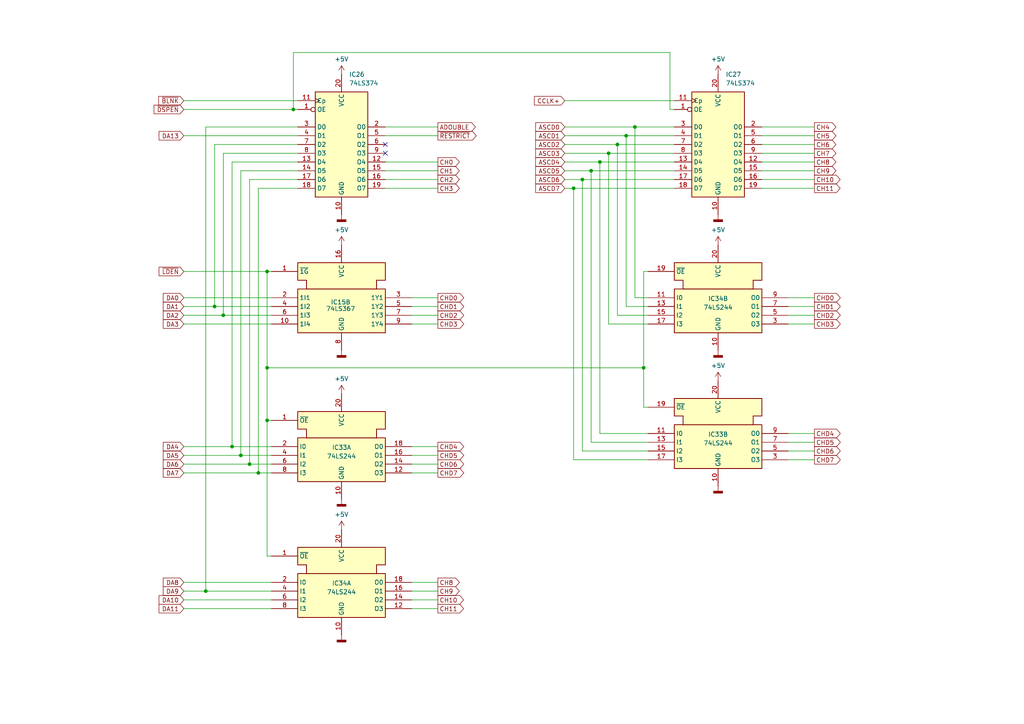
<source format=kicad_sch>
(kicad_sch (version 20231120) (generator "eeschema") (generator_version "8.0")
  (paper "A4")
  (title_block (title "PARTNER GDP: CHAR DATA") (company "Oddbit Retro") (comment 1 "NARISAL: MIHA GRČAR"))
  (lib_symbols
    (symbol "74LS244_1"
      (property "Reference" "IC34" (at 0 4.826 0))
      (property "Value" "74LS244" (at 0 2.286 0))
      (symbol "74LS244_1_0_0"
        (pin power_in line (at 0 -10.16 90) (length 5.08) (name "GND") (number "10"))
        (pin power_in line (at 0 20.32 270) (length 5.08) (name "VCC") (number "20"))
      )
      (symbol "74LS244_1_0_1"
        (rectangle (start -12.7 7.62) (end 12.7 -5.08) (stroke (width 0.254)) (fill (type background)))
        (polyline (pts (xy -10.16 7.62) (xy -10.16 10.16) (xy -12.7 10.16) (xy -12.7 15.24) (xy 12.7 15.24) (xy 12.7 10.16) (xy 10.16 10.16) (xy 10.16 7.62) (xy 10.16 7.62)) (stroke (width 0.254)) (fill (type background)))
      )
      (symbol "74LS244_1_1_1"
        (pin input line (at -20.32 12.7 0) (length 7.62) (name "~{OE}") (number "1"))
        (pin tri_state line (at 20.32 -2.54 180) (length 7.62) (name "O3") (number "12"))
        (pin tri_state line (at 20.32 0 180) (length 7.62) (name "O2") (number "14"))
        (pin tri_state line (at 20.32 2.54 180) (length 7.62) (name "O1") (number "16"))
        (pin tri_state line (at 20.32 5.08 180) (length 7.62) (name "O0") (number "18"))
        (pin input line (at -20.32 5.08 0) (length 7.62) (name "I0") (number "2"))
        (pin input line (at -20.32 2.54 0) (length 7.62) (name "I1") (number "4"))
        (pin input line (at -20.32 0 0) (length 7.62) (name "I2") (number "6"))
        (pin input line (at -20.32 -2.54 0) (length 7.62) (name "I3") (number "8"))
      )
      (symbol "74LS244_1_2_1"
        (pin input line (at -20.32 5.08 0) (length 7.62) (name "I0") (number "11"))
        (pin input line (at -20.32 2.54 0) (length 7.62) (name "I1") (number "13"))
        (pin input line (at -20.32 0 0) (length 7.62) (name "I2") (number "15"))
        (pin input line (at -20.32 -2.54 0) (length 7.62) (name "I3") (number "17"))
        (pin input line (at -20.32 12.7 0) (length 7.62) (name "~{OE}") (number "19"))
        (pin tri_state line (at 20.32 -2.54 180) (length 7.62) (name "O3") (number "3"))
        (pin tri_state line (at 20.32 0 180) (length 7.62) (name "O2") (number "5"))
        (pin tri_state line (at 20.32 2.54 180) (length 7.62) (name "O1") (number "7"))
        (pin tri_state line (at 20.32 5.08 180) (length 7.62) (name "O0") (number "9"))
      )
    )
    (symbol "74LS244_2"
      (property "Reference" "IC33" (at 0 4.826 0))
      (property "Value" "74LS244" (at 0 2.286 0))
      (symbol "74LS244_2_0_0"
        (pin power_in line (at 0 -10.16 90) (length 5.08) (name "GND") (number "10"))
        (pin power_in line (at 0 20.32 270) (length 5.08) (name "VCC") (number "20"))
      )
      (symbol "74LS244_2_0_1"
        (rectangle (start -12.7 7.62) (end 12.7 -5.08) (stroke (width 0.254)) (fill (type background)))
        (polyline (pts (xy -10.16 7.62) (xy -10.16 10.16) (xy -12.7 10.16) (xy -12.7 15.24) (xy 12.7 15.24) (xy 12.7 10.16) (xy 10.16 10.16) (xy 10.16 7.62) (xy 10.16 7.62)) (stroke (width 0.254)) (fill (type background)))
      )
      (symbol "74LS244_2_1_1"
        (pin input line (at -20.32 12.7 0) (length 7.62) (name "~{OE}") (number "1"))
        (pin tri_state line (at 20.32 -2.54 180) (length 7.62) (name "O3") (number "12"))
        (pin tri_state line (at 20.32 0 180) (length 7.62) (name "O2") (number "14"))
        (pin tri_state line (at 20.32 2.54 180) (length 7.62) (name "O1") (number "16"))
        (pin tri_state line (at 20.32 5.08 180) (length 7.62) (name "O0") (number "18"))
        (pin input line (at -20.32 5.08 0) (length 7.62) (name "I0") (number "2"))
        (pin input line (at -20.32 2.54 0) (length 7.62) (name "I1") (number "4"))
        (pin input line (at -20.32 0 0) (length 7.62) (name "I2") (number "6"))
        (pin input line (at -20.32 -2.54 0) (length 7.62) (name "I3") (number "8"))
      )
      (symbol "74LS244_2_2_1"
        (pin input line (at -20.32 5.08 0) (length 7.62) (name "I0") (number "11"))
        (pin input line (at -20.32 2.54 0) (length 7.62) (name "I1") (number "13"))
        (pin input line (at -20.32 0 0) (length 7.62) (name "I2") (number "15"))
        (pin input line (at -20.32 -2.54 0) (length 7.62) (name "I3") (number "17"))
        (pin input line (at -20.32 12.7 0) (length 7.62) (name "~{OE}") (number "19"))
        (pin tri_state line (at 20.32 -2.54 180) (length 7.62) (name "O3") (number "3"))
        (pin tri_state line (at 20.32 0 180) (length 7.62) (name "O2") (number "5"))
        (pin tri_state line (at 20.32 2.54 180) (length 7.62) (name "O1") (number "7"))
        (pin tri_state line (at 20.32 5.08 180) (length 7.62) (name "O0") (number "9"))
      )
    )
    (symbol "74LS374_1"
      (property "Reference" "IC27" (at 2.1941 20.32 0))
      (property "Value" "74LS374" (at 2.1941 17.78 0))
      (symbol "74LS374_1_1_0"
        (pin input inverted (at -12.7 10.16 0) (length 5.08) (name "OE") (number "1"))
        (pin power_in line (at 0 -20.32 90) (length 5.08) (name "GND") (number "10"))
        (pin input clock (at -12.7 12.7 0) (length 5.08) (name "Cp") (number "11"))
        (pin tri_state line (at 12.7 -5.08 180) (length 5.08) (name "O4") (number "12"))
        (pin input line (at -12.7 -5.08 0) (length 5.08) (name "D4") (number "13"))
        (pin input line (at -12.7 -7.62 0) (length 5.08) (name "D5") (number "14"))
        (pin tri_state line (at 12.7 -7.62 180) (length 5.08) (name "O5") (number "15"))
        (pin tri_state line (at 12.7 -10.16 180) (length 5.08) (name "O6") (number "16"))
        (pin input line (at -12.7 -10.16 0) (length 5.08) (name "D6") (number "17"))
        (pin input line (at -12.7 -12.7 0) (length 5.08) (name "D7") (number "18"))
        (pin tri_state line (at 12.7 -12.7 180) (length 5.08) (name "O7") (number "19"))
        (pin tri_state line (at 12.7 5.08 180) (length 5.08) (name "O0") (number "2"))
        (pin power_in line (at 0 20.32 270) (length 5.08) (name "VCC") (number "20"))
        (pin input line (at -12.7 5.08 0) (length 5.08) (name "D0") (number "3"))
        (pin input line (at -12.7 2.54 0) (length 5.08) (name "D1") (number "4"))
        (pin tri_state line (at 12.7 2.54 180) (length 5.08) (name "O1") (number "5"))
        (pin tri_state line (at 12.7 0 180) (length 5.08) (name "O2") (number "6"))
        (pin input line (at -12.7 0 0) (length 5.08) (name "D2") (number "7"))
        (pin input line (at -12.7 -2.54 0) (length 5.08) (name "D3") (number "8"))
        (pin tri_state line (at 12.7 -2.54 180) (length 5.08) (name "O3") (number "9"))
      )
      (symbol "74LS374_1_1_1"
        (rectangle (start -7.62 15.24) (end 7.62 -15.24) (stroke (width 0.254)) (fill (type background)))
      )
    )
    (symbol "74xx:74LS374"
      (property "Reference" "IC26" (at 2.1941 20.32 0))
      (property "Value" "74LS374" (at 2.1941 17.78 0))
      (symbol "74LS374_1_0"
        (pin input inverted (at -12.7 10.16 0) (length 5.08) (name "OE") (number "1"))
        (pin power_in line (at 0 -20.32 90) (length 5.08) (name "GND") (number "10"))
        (pin input clock (at -12.7 12.7 0) (length 5.08) (name "Cp") (number "11"))
        (pin tri_state line (at 12.7 -5.08 180) (length 5.08) (name "O4") (number "12"))
        (pin input line (at -12.7 -5.08 0) (length 5.08) (name "D4") (number "13"))
        (pin input line (at -12.7 -7.62 0) (length 5.08) (name "D5") (number "14"))
        (pin tri_state line (at 12.7 -7.62 180) (length 5.08) (name "O5") (number "15"))
        (pin tri_state line (at 12.7 -10.16 180) (length 5.08) (name "O6") (number "16"))
        (pin input line (at -12.7 -10.16 0) (length 5.08) (name "D6") (number "17"))
        (pin input line (at -12.7 -12.7 0) (length 5.08) (name "D7") (number "18"))
        (pin tri_state line (at 12.7 -12.7 180) (length 5.08) (name "O7") (number "19"))
        (pin tri_state line (at 12.7 5.08 180) (length 5.08) (name "O0") (number "2"))
        (pin power_in line (at 0 20.32 270) (length 5.08) (name "VCC") (number "20"))
        (pin input line (at -12.7 5.08 0) (length 5.08) (name "D0") (number "3"))
        (pin input line (at -12.7 2.54 0) (length 5.08) (name "D1") (number "4"))
        (pin tri_state line (at 12.7 2.54 180) (length 5.08) (name "O1") (number "5"))
        (pin tri_state line (at 12.7 0 180) (length 5.08) (name "O2") (number "6"))
        (pin input line (at -12.7 0 0) (length 5.08) (name "D2") (number "7"))
        (pin input line (at -12.7 -2.54 0) (length 5.08) (name "D3") (number "8"))
        (pin tri_state line (at 12.7 -2.54 180) (length 5.08) (name "O3") (number "9"))
      )
      (symbol "74LS374_1_1"
        (rectangle (start -7.62 15.24) (end 7.62 -15.24) (stroke (width 0.254)) (fill (type background)))
      )
    )
    (symbol "74xx_IEEE:74LS367"
      (property "Reference" "IC42" (at -0.254 3.81 0))
      (property "Value" "74LS367" (at -0.254 1.905 0))
      (symbol "74LS367_1_0"
        (rectangle (start -8.89 -5.08) (end 8.89 -10.16) (stroke (width 0.254)) (fill (type background)))
        (rectangle (start -8.89 0) (end 8.89 -5.08) (stroke (width 0.254)) (fill (type background)))
        (polyline (pts (xy -6.35 0) (xy -6.35 2.54) (xy -8.89 2.54) (xy -8.89 10.16) (xy 8.89 10.16) (xy 8.89 2.54) (xy 6.35 2.54) (xy 6.35 0) (xy 6.35 0)) (stroke (width 0.254)) (fill (type background)))
        (pin power_in line (at 0 12.7 270) (length 2.54) (name "VCC") (number "16"))
        (pin power_in line (at 0 12.7 270) (length 2.54) (name "VCC") (number "16"))
        (pin power_in line (at 0 -12.7 90) (length 2.54) (name "GND") (number "8"))
        (pin power_in line (at 0 -12.7 90) (length 2.54) (name "GND") (number "8"))
      )
      (symbol "74LS367_1_1"
        (pin tri_state line (at 12.7 -7.62 180) (length 3.81) (name "2Y1") (number "11"))
        (pin tri_state line (at 12.7 -7.62 180) (length 3.81) (name "2Y1") (number "11"))
        (pin input line (at -12.7 -7.62 0) (length 3.81) (name "2I1") (number "12"))
        (pin input line (at -12.7 -7.62 0) (length 3.81) (name "2I1") (number "12"))
        (pin tri_state line (at 12.7 -2.54 180) (length 3.81) (name "2Y2") (number "13"))
        (pin tri_state line (at 12.7 -2.54 180) (length 3.81) (name "2Y2") (number "13"))
        (pin input line (at -12.7 -2.54 0) (length 3.81) (name "2I2") (number "14"))
        (pin input line (at -12.7 -2.54 0) (length 3.81) (name "2I2") (number "14"))
        (pin input line (at -12.7 5.08 0) (length 3.81) (name "~{2G}") (number "15"))
        (pin input line (at -12.7 5.08 0) (length 3.81) (name "~{2G}") (number "15"))
      )
      (symbol "74LS367_2_0"
        (pin power_in line (at 0 20.32 270) (length 5.08) (name "VCC") (number "16"))
        (pin power_in line (at 0 -10.16 90) (length 5.08) (name "GND") (number "8"))
      )
      (symbol "74LS367_2_1"
        (rectangle (start -12.7 7.62) (end 12.7 -5.08) (stroke (width 0.254)) (fill (type background)))
        (polyline (pts (xy -10.16 7.62) (xy -10.16 10.16) (xy -12.7 10.16) (xy -12.7 15.24) (xy 12.7 15.24) (xy 12.7 10.16) (xy 10.16 10.16) (xy 10.16 7.62) (xy 10.16 7.62)) (stroke (width 0.254)) (fill (type background)))
        (pin input line (at -20.32 12.7 0) (length 7.62) (name "~{1G}") (number "1"))
        (pin input line (at -20.32 -2.54 0) (length 7.62) (name "1I4") (number "10"))
        (pin input line (at -20.32 5.08 0) (length 7.62) (name "1I1") (number "2"))
        (pin tri_state line (at 20.32 5.08 180) (length 7.62) (name "1Y1") (number "3"))
        (pin input line (at -20.32 2.54 0) (length 7.62) (name "1I2") (number "4"))
        (pin tri_state line (at 20.32 2.54 180) (length 7.62) (name "1Y2") (number "5"))
        (pin input line (at -20.32 0 0) (length 7.62) (name "1I3") (number "6"))
        (pin tri_state line (at 20.32 0 180) (length 7.62) (name "1Y3") (number "7"))
        (pin tri_state line (at 20.32 -2.54 180) (length 7.62) (name "1Y4") (number "9"))
      )
    )
    (symbol "power:+5V" (power) (pin_names (offset 0))
      (property "Value" "+5V" (at 0 3.556 0))
      (symbol "+5V_0_1"
        (polyline (pts (xy -0.762 1.27) (xy 0 2.54)))
        (polyline (pts (xy 0 0) (xy 0 2.54)))
        (polyline (pts (xy 0 2.54) (xy 0.762 1.27)))
      )
      (symbol "+5V_1_1"
        (pin power_in line (at 0 0 90) (length 0) hide (name "+5V") (number "1"))
      )
    )
    (symbol "power:GNDD" (power) (pin_names (offset 0))
      (property "Value" "GNDD" (at 0 -3.175 0))
      (symbol "GNDD_0_1"
        (rectangle (start -1.27 -1.524) (end 1.27 -2.032) (stroke (width 0.254)) (fill (type outline)))
        (polyline (pts (xy 0 0) (xy 0 -1.524)))
      )
      (symbol "GNDD_1_1"
        (pin power_in line (at 0 0 270) (length 0) hide (name "GNDD") (number "1"))
      )
    )
  )
  (junction (at 171.45 49.53))
  (junction (at 67.31 129.54))
  (junction (at 179.07 41.91))
  (junction (at 176.53 44.45))
  (junction (at 85.09 31.75))
  (junction (at 74.93 137.16))
  (junction (at 69.85 132.08))
  (junction (at 168.91 52.07))
  (junction (at 181.61 39.37))
  (junction (at 59.69 171.45))
  (junction (at 77.47 78.74))
  (junction (at 72.39 134.62))
  (junction (at 184.15 36.83))
  (junction (at 77.47 121.92))
  (junction (at 166.37 54.61))
  (junction (at 62.23 88.9))
  (junction (at 64.77 91.44))
  (junction (at 173.99 46.99))
  (junction (at 186.69 106.68))
  (junction (at 77.47 106.68))
  (no_connect (at 111.76 44.45))
  (no_connect (at 111.76 41.91))
  (wire (pts (xy 163.83 49.53) (xy 171.45 49.53)))
  (wire (pts (xy 67.31 129.54) (xy 67.31 46.99)))
  (wire (pts (xy 69.85 132.08) (xy 78.74 132.08)))
  (wire (pts (xy 179.07 41.91) (xy 179.07 91.44)))
  (wire (pts (xy 85.09 15.24) (xy 85.09 31.75)))
  (wire (pts (xy 111.76 54.61) (xy 127 54.61)))
  (wire (pts (xy 228.6 133.35) (xy 236.22 133.35)))
  (wire (pts (xy 67.31 129.54) (xy 78.74 129.54)))
  (wire (pts (xy 53.34 134.62) (xy 72.39 134.62)))
  (wire (pts (xy 228.6 125.73) (xy 236.22 125.73)))
  (wire (pts (xy 186.69 106.68) (xy 186.69 78.74)))
  (wire (pts (xy 168.91 130.81) (xy 187.96 130.81)))
  (wire (pts (xy 62.23 88.9) (xy 62.23 41.91)))
  (wire (pts (xy 67.31 46.99) (xy 86.36 46.99)))
  (wire (pts (xy 53.34 168.91) (xy 78.74 168.91)))
  (wire (pts (xy 163.83 39.37) (xy 181.61 39.37)))
  (wire (pts (xy 77.47 121.92) (xy 77.47 106.68)))
  (wire (pts (xy 64.77 91.44) (xy 78.74 91.44)))
  (wire (pts (xy 119.38 134.62) (xy 127 134.62)))
  (wire (pts (xy 187.96 128.27) (xy 171.45 128.27)))
  (wire (pts (xy 119.38 129.54) (xy 127 129.54)))
  (wire (pts (xy 74.93 137.16) (xy 78.74 137.16)))
  (wire (pts (xy 53.34 132.08) (xy 69.85 132.08)))
  (wire (pts (xy 186.69 78.74) (xy 187.96 78.74)))
  (wire (pts (xy 228.6 86.36) (xy 236.22 86.36)))
  (wire (pts (xy 53.34 78.74) (xy 77.47 78.74)))
  (wire (pts (xy 64.77 91.44) (xy 64.77 44.45)))
  (wire (pts (xy 111.76 36.83) (xy 127 36.83)))
  (wire (pts (xy 78.74 161.29) (xy 77.47 161.29)))
  (wire (pts (xy 53.34 88.9) (xy 62.23 88.9)))
  (wire (pts (xy 77.47 106.68) (xy 186.69 106.68)))
  (wire (pts (xy 228.6 128.27) (xy 236.22 128.27)))
  (wire (pts (xy 77.47 106.68) (xy 77.47 78.74)))
  (wire (pts (xy 72.39 134.62) (xy 78.74 134.62)))
  (wire (pts (xy 173.99 125.73) (xy 187.96 125.73)))
  (wire (pts (xy 187.96 86.36) (xy 184.15 86.36)))
  (wire (pts (xy 220.98 46.99) (xy 236.22 46.99)))
  (wire (pts (xy 119.38 137.16) (xy 127 137.16)))
  (wire (pts (xy 163.83 36.83) (xy 184.15 36.83)))
  (wire (pts (xy 74.93 54.61) (xy 86.36 54.61)))
  (wire (pts (xy 119.38 91.44) (xy 127 91.44)))
  (wire (pts (xy 220.98 54.61) (xy 236.22 54.61)))
  (wire (pts (xy 62.23 88.9) (xy 78.74 88.9)))
  (wire (pts (xy 53.34 173.99) (xy 78.74 173.99)))
  (wire (pts (xy 163.83 46.99) (xy 173.99 46.99)))
  (wire (pts (xy 173.99 46.99) (xy 195.58 46.99)))
  (wire (pts (xy 69.85 49.53) (xy 69.85 132.08)))
  (wire (pts (xy 119.38 93.98) (xy 127 93.98)))
  (wire (pts (xy 59.69 36.83) (xy 86.36 36.83)))
  (wire (pts (xy 111.76 46.99) (xy 127 46.99)))
  (wire (pts (xy 195.58 31.75) (xy 194.31 31.75)))
  (wire (pts (xy 220.98 49.53) (xy 236.22 49.53)))
  (wire (pts (xy 72.39 134.62) (xy 72.39 52.07)))
  (wire (pts (xy 53.34 29.21) (xy 86.36 29.21)))
  (wire (pts (xy 53.34 129.54) (xy 67.31 129.54)))
  (wire (pts (xy 119.38 171.45) (xy 127 171.45)))
  (wire (pts (xy 166.37 54.61) (xy 195.58 54.61)))
  (wire (pts (xy 77.47 78.74) (xy 78.74 78.74)))
  (wire (pts (xy 119.38 86.36) (xy 127 86.36)))
  (wire (pts (xy 220.98 41.91) (xy 236.22 41.91)))
  (wire (pts (xy 111.76 52.07) (xy 127 52.07)))
  (wire (pts (xy 181.61 88.9) (xy 187.96 88.9)))
  (wire (pts (xy 111.76 49.53) (xy 127 49.53)))
  (wire (pts (xy 163.83 41.91) (xy 179.07 41.91)))
  (wire (pts (xy 228.6 93.98) (xy 236.22 93.98)))
  (wire (pts (xy 111.76 39.37) (xy 127 39.37)))
  (wire (pts (xy 53.34 39.37) (xy 86.36 39.37)))
  (wire (pts (xy 194.31 15.24) (xy 85.09 15.24)))
  (wire (pts (xy 59.69 171.45) (xy 78.74 171.45)))
  (wire (pts (xy 163.83 29.21) (xy 195.58 29.21)))
  (wire (pts (xy 53.34 171.45) (xy 59.69 171.45)))
  (wire (pts (xy 85.09 31.75) (xy 86.36 31.75)))
  (wire (pts (xy 187.96 133.35) (xy 166.37 133.35)))
  (wire (pts (xy 74.93 137.16) (xy 74.93 54.61)))
  (wire (pts (xy 228.6 88.9) (xy 236.22 88.9)))
  (wire (pts (xy 77.47 121.92) (xy 77.47 161.29)))
  (wire (pts (xy 53.34 137.16) (xy 74.93 137.16)))
  (wire (pts (xy 171.45 128.27) (xy 171.45 49.53)))
  (wire (pts (xy 228.6 91.44) (xy 236.22 91.44)))
  (wire (pts (xy 53.34 86.36) (xy 78.74 86.36)))
  (wire (pts (xy 181.61 39.37) (xy 195.58 39.37)))
  (wire (pts (xy 59.69 36.83) (xy 59.69 171.45)))
  (wire (pts (xy 179.07 41.91) (xy 195.58 41.91)))
  (wire (pts (xy 166.37 133.35) (xy 166.37 54.61)))
  (wire (pts (xy 176.53 44.45) (xy 176.53 93.98)))
  (wire (pts (xy 173.99 46.99) (xy 173.99 125.73)))
  (wire (pts (xy 119.38 176.53) (xy 127 176.53)))
  (wire (pts (xy 179.07 91.44) (xy 187.96 91.44)))
  (wire (pts (xy 119.38 88.9) (xy 127 88.9)))
  (wire (pts (xy 168.91 52.07) (xy 168.91 130.81)))
  (wire (pts (xy 78.74 121.92) (xy 77.47 121.92)))
  (wire (pts (xy 163.83 44.45) (xy 176.53 44.45)))
  (wire (pts (xy 184.15 36.83) (xy 184.15 86.36)))
  (wire (pts (xy 64.77 44.45) (xy 86.36 44.45)))
  (wire (pts (xy 181.61 39.37) (xy 181.61 88.9)))
  (wire (pts (xy 53.34 91.44) (xy 64.77 91.44)))
  (wire (pts (xy 184.15 36.83) (xy 195.58 36.83)))
  (wire (pts (xy 176.53 44.45) (xy 195.58 44.45)))
  (wire (pts (xy 119.38 173.99) (xy 127 173.99)))
  (wire (pts (xy 163.83 52.07) (xy 168.91 52.07)))
  (wire (pts (xy 220.98 36.83) (xy 236.22 36.83)))
  (wire (pts (xy 220.98 44.45) (xy 236.22 44.45)))
  (wire (pts (xy 72.39 52.07) (xy 86.36 52.07)))
  (wire (pts (xy 220.98 52.07) (xy 236.22 52.07)))
  (wire (pts (xy 228.6 130.81) (xy 236.22 130.81)))
  (wire (pts (xy 176.53 93.98) (xy 187.96 93.98)))
  (wire (pts (xy 187.96 118.11) (xy 186.69 118.11)))
  (wire (pts (xy 194.31 31.75) (xy 194.31 15.24)))
  (wire (pts (xy 163.83 54.61) (xy 166.37 54.61)))
  (wire (pts (xy 53.34 176.53) (xy 78.74 176.53)))
  (wire (pts (xy 220.98 39.37) (xy 236.22 39.37)))
  (wire (pts (xy 53.34 93.98) (xy 78.74 93.98)))
  (wire (pts (xy 62.23 41.91) (xy 86.36 41.91)))
  (wire (pts (xy 53.34 31.75) (xy 85.09 31.75)))
  (wire (pts (xy 119.38 132.08) (xy 127 132.08)))
  (wire (pts (xy 186.69 118.11) (xy 186.69 106.68)))
  (wire (pts (xy 171.45 49.53) (xy 195.58 49.53)))
  (wire (pts (xy 168.91 52.07) (xy 195.58 52.07)))
  (wire (pts (xy 119.38 168.91) (xy 127 168.91)))
  (wire (pts (xy 86.36 49.53) (xy 69.85 49.53)))
  (global_label "DA0" (shape input) (at 53.34 86.36 180) (property "Intersheetrefs" "${INTERSHEET_REFS}" (at 46.7867 86.36 0) (effects (justify right))))
  (global_label "CHD7" (shape output) (at 236.22 133.35 0) (property "Intersheetrefs" "${INTERSHEET_REFS}" (at 244.2852 133.35 0) (effects (justify left))))
  (global_label "CHD1" (shape output) (at 127 88.9 0) (property "Intersheetrefs" "${INTERSHEET_REFS}" (at 135.0652 88.9 0) (effects (justify left))))
  (global_label "CHD4" (shape output) (at 236.22 125.73 0) (property "Intersheetrefs" "${INTERSHEET_REFS}" (at 244.2852 125.73 0) (effects (justify left))))
  (global_label "CHD3" (shape output) (at 236.22 93.98 0) (property "Intersheetrefs" "${INTERSHEET_REFS}" (at 244.2852 93.98 0) (effects (justify left))))
  (global_label "DA4" (shape input) (at 53.34 129.54 180) (property "Intersheetrefs" "${INTERSHEET_REFS}" (at 46.7867 129.54 0) (effects (justify right))))
  (global_label "CH8" (shape output) (at 127 168.91 0) (property "Intersheetrefs" "${INTERSHEET_REFS}" (at 133.7952 168.91 0) (effects (justify left))))
  (global_label "CH0" (shape output) (at 127 46.99 0) (property "Intersheetrefs" "${INTERSHEET_REFS}" (at 133.7952 46.99 0) (effects (justify left))))
  (global_label "CHD2" (shape output) (at 127 91.44 0) (property "Intersheetrefs" "${INTERSHEET_REFS}" (at 135.0652 91.44 0) (effects (justify left))))
  (global_label "~{RESTRICT}" (shape output) (at 127 39.37 0) (property "Intersheetrefs" "${INTERSHEET_REFS}" (at 138.6937 39.37 0) (effects (justify left))))
  (global_label "DA5" (shape input) (at 53.34 132.08 180) (property "Intersheetrefs" "${INTERSHEET_REFS}" (at 46.7867 132.08 0) (effects (justify right))))
  (global_label "ASCD6" (shape input) (at 163.83 52.07 180) (property "Intersheetrefs" "${INTERSHEET_REFS}" (at 154.7972 52.07 0) (effects (justify right))))
  (global_label "DA1" (shape input) (at 53.34 88.9 180) (property "Intersheetrefs" "${INTERSHEET_REFS}" (at 46.7867 88.9 0) (effects (justify right))))
  (global_label "CHD3" (shape output) (at 127 93.98 0) (property "Intersheetrefs" "${INTERSHEET_REFS}" (at 135.0652 93.98 0) (effects (justify left))))
  (global_label "CH6" (shape output) (at 236.22 41.91 0) (property "Intersheetrefs" "${INTERSHEET_REFS}" (at 243.0152 41.91 0) (effects (justify left))))
  (global_label "DA3" (shape input) (at 53.34 93.98 180) (property "Intersheetrefs" "${INTERSHEET_REFS}" (at 46.7867 93.98 0) (effects (justify right))))
  (global_label "CHD2" (shape output) (at 236.22 91.44 0) (property "Intersheetrefs" "${INTERSHEET_REFS}" (at 244.2852 91.44 0) (effects (justify left))))
  (global_label "CHD1" (shape output) (at 236.22 88.9 0) (property "Intersheetrefs" "${INTERSHEET_REFS}" (at 244.2852 88.9 0) (effects (justify left))))
  (global_label "ASCD7" (shape input) (at 163.83 54.61 180) (property "Intersheetrefs" "${INTERSHEET_REFS}" (at 154.7972 54.61 0) (effects (justify right))))
  (global_label "CH9" (shape output) (at 236.22 49.53 0) (property "Intersheetrefs" "${INTERSHEET_REFS}" (at 243.0152 49.53 0) (effects (justify left))))
  (global_label "DA7" (shape input) (at 53.34 137.16 180) (property "Intersheetrefs" "${INTERSHEET_REFS}" (at 46.7867 137.16 0) (effects (justify right))))
  (global_label "CH9" (shape output) (at 127 171.45 0) (property "Intersheetrefs" "${INTERSHEET_REFS}" (at 133.7952 171.45 0) (effects (justify left))))
  (global_label "ASCD0" (shape input) (at 163.83 36.83 180) (property "Intersheetrefs" "${INTERSHEET_REFS}" (at 154.7972 36.83 0) (effects (justify right))))
  (global_label "DA9" (shape input) (at 53.34 171.45 180) (property "Intersheetrefs" "${INTERSHEET_REFS}" (at 46.7867 171.45 0) (effects (justify right))))
  (global_label "CH3" (shape output) (at 127 54.61 0) (property "Intersheetrefs" "${INTERSHEET_REFS}" (at 133.7952 54.61 0) (effects (justify left))))
  (global_label "CHD0" (shape output) (at 127 86.36 0) (property "Intersheetrefs" "${INTERSHEET_REFS}" (at 135.0652 86.36 0) (effects (justify left))))
  (global_label "ASCD1" (shape input) (at 163.83 39.37 180) (property "Intersheetrefs" "${INTERSHEET_REFS}" (at 154.7972 39.37 0) (effects (justify right))))
  (global_label "CH11" (shape output) (at 127 176.53 0) (property "Intersheetrefs" "${INTERSHEET_REFS}" (at 135.0047 176.53 0) (effects (justify left))))
  (global_label "~{BLNK}" (shape input) (at 53.34 29.21 180) (property "Intersheetrefs" "${INTERSHEET_REFS}" (at 45.4562 29.21 0) (effects (justify right))))
  (global_label "CH7" (shape output) (at 236.22 44.45 0) (property "Intersheetrefs" "${INTERSHEET_REFS}" (at 243.0152 44.45 0) (effects (justify left))))
  (global_label "DA13" (shape input) (at 53.34 39.37 180) (property "Intersheetrefs" "${INTERSHEET_REFS}" (at 45.5772 39.37 0) (effects (justify right))))
  (global_label "CH10" (shape output) (at 127 173.99 0) (property "Intersheetrefs" "${INTERSHEET_REFS}" (at 135.0047 173.99 0) (effects (justify left))))
  (global_label "CH2" (shape output) (at 127 52.07 0) (property "Intersheetrefs" "${INTERSHEET_REFS}" (at 133.7952 52.07 0) (effects (justify left))))
  (global_label "ASCD4" (shape input) (at 163.83 46.99 180) (property "Intersheetrefs" "${INTERSHEET_REFS}" (at 154.7972 46.99 0) (effects (justify right))))
  (global_label "CH11" (shape output) (at 236.22 54.61 0) (property "Intersheetrefs" "${INTERSHEET_REFS}" (at 244.2247 54.61 0) (effects (justify left))))
  (global_label "ADOUBLE" (shape output) (at 127 36.83 0) (property "Intersheetrefs" "${INTERSHEET_REFS}" (at 138.4519 36.83 0) (effects (justify left))))
  (global_label "CHD4" (shape output) (at 127 129.54 0) (property "Intersheetrefs" "${INTERSHEET_REFS}" (at 135.0652 129.54 0) (effects (justify left))))
  (global_label "CHD5" (shape output) (at 236.22 128.27 0) (property "Intersheetrefs" "${INTERSHEET_REFS}" (at 244.2852 128.27 0) (effects (justify left))))
  (global_label "~{LDEN}" (shape input) (at 53.34 78.74 180) (property "Intersheetrefs" "${INTERSHEET_REFS}" (at 45.5772 78.74 0) (effects (justify right))))
  (global_label "ASCD3" (shape input) (at 163.83 44.45 180) (property "Intersheetrefs" "${INTERSHEET_REFS}" (at 154.7972 44.45 0) (effects (justify right))))
  (global_label "DA6" (shape input) (at 53.34 134.62 180) (property "Intersheetrefs" "${INTERSHEET_REFS}" (at 46.7867 134.62 0) (effects (justify right))))
  (global_label "CH10" (shape output) (at 236.22 52.07 0) (property "Intersheetrefs" "${INTERSHEET_REFS}" (at 244.2247 52.07 0) (effects (justify left))))
  (global_label "DA2" (shape input) (at 53.34 91.44 180) (property "Intersheetrefs" "${INTERSHEET_REFS}" (at 46.7867 91.44 0) (effects (justify right))))
  (global_label "CHD6" (shape output) (at 127 134.62 0) (property "Intersheetrefs" "${INTERSHEET_REFS}" (at 135.0652 134.62 0) (effects (justify left))))
  (global_label "CHD0" (shape output) (at 236.22 86.36 0) (property "Intersheetrefs" "${INTERSHEET_REFS}" (at 244.2852 86.36 0) (effects (justify left))))
  (global_label "CH5" (shape output) (at 236.22 39.37 0) (property "Intersheetrefs" "${INTERSHEET_REFS}" (at 243.0152 39.37 0) (effects (justify left))))
  (global_label "CCLK+" (shape input) (at 163.83 29.21 180) (property "Intersheetrefs" "${INTERSHEET_REFS}" (at 154.4343 29.21 0) (effects (justify right))))
  (global_label "CH8" (shape output) (at 236.22 46.99 0) (property "Intersheetrefs" "${INTERSHEET_REFS}" (at 243.0152 46.99 0) (effects (justify left))))
  (global_label "CH1" (shape output) (at 127 49.53 0) (property "Intersheetrefs" "${INTERSHEET_REFS}" (at 133.7952 49.53 0) (effects (justify left))))
  (global_label "CHD6" (shape output) (at 236.22 130.81 0) (property "Intersheetrefs" "${INTERSHEET_REFS}" (at 244.2852 130.81 0) (effects (justify left))))
  (global_label "CHD7" (shape output) (at 127 137.16 0) (property "Intersheetrefs" "${INTERSHEET_REFS}" (at 135.0652 137.16 0) (effects (justify left))))
  (global_label "DA11" (shape input) (at 53.34 176.53 180) (property "Intersheetrefs" "${INTERSHEET_REFS}" (at 45.5772 176.53 0) (effects (justify right))))
  (global_label "ASCD2" (shape input) (at 163.83 41.91 180) (property "Intersheetrefs" "${INTERSHEET_REFS}" (at 154.7972 41.91 0) (effects (justify right))))
  (global_label "~{DSPEN}" (shape input) (at 53.34 31.75 180) (property "Intersheetrefs" "${INTERSHEET_REFS}" (at 44.1258 31.75 0) (effects (justify right))))
  (global_label "CHD5" (shape output) (at 127 132.08 0) (property "Intersheetrefs" "${INTERSHEET_REFS}" (at 135.0652 132.08 0) (effects (justify left))))
  (global_label "DA8" (shape input) (at 53.34 168.91 180) (property "Intersheetrefs" "${INTERSHEET_REFS}" (at 46.7867 168.91 0) (effects (justify right))))
  (global_label "DA10" (shape input) (at 53.34 173.99 180) (property "Intersheetrefs" "${INTERSHEET_REFS}" (at 45.5772 173.99 0) (effects (justify right))))
  (global_label "ASCD5" (shape input) (at 163.83 49.53 180) (property "Intersheetrefs" "${INTERSHEET_REFS}" (at 154.7972 49.53 0) (effects (justify right))))
  (global_label "CH4" (shape output) (at 236.22 36.83 0) (property "Intersheetrefs" "${INTERSHEET_REFS}" (at 243.0152 36.83 0) (effects (justify left))))
  (symbol (lib_id "power:+5V") (at 208.28 110.49 0) (unit 1)
    (property "Reference" "#PWR0154" (effects (hide yes)))
    (property "Value" "+5V" (at 208.28 106.045 0))
  )
  (symbol (lib_name "74LS244_2") (lib_id "74xx_IEEE:74LS244") (at 99.06 173.99 0) (unit 1)
    (property "Reference" "IC34" (at 99.06 169.164 0))
    (property "Value" "74LS244" (at 99.06 171.704 0))
    (property "Footprint" "Package_DIP:DIP-20_W7.62mm" (effects (hide yes)))
    (property "Datasheet" "N/A" (effects (hide yes)))
    (property "Description" "N/A" (effects (hide yes)))
  )
  (symbol (lib_id "power:GNDD") (at 99.06 62.23 0) (unit 1)
    (property "Reference" "#PWR0143" (effects (hide yes)))
    (property "Value" "GNDD" (effects (hide yes)))
  )
  (symbol (lib_id "power:GNDD") (at 208.28 140.97 0) (unit 1)
    (property "Reference" "#PWR0155" (effects (hide yes)))
    (property "Value" "GNDD" (effects (hide yes)))
  )
  (symbol (lib_id "power:GNDD") (at 99.06 144.78 0) (unit 1)
    (property "Reference" "#PWR0147" (effects (hide yes)))
    (property "Value" "GNDD" (effects (hide yes)))
  )
  (symbol (lib_name "74LS244_2") (lib_id "74xx_IEEE:74LS244") (at 208.28 130.81 0) (unit 2)
    (property "Reference" "IC33" (at 208.28 125.984 0))
    (property "Value" "74LS244" (at 208.28 128.524 0))
    (property "Footprint" "Package_DIP:DIP-20_W7.62mm" (effects (hide yes)))
    (property "Datasheet" "N/A" (effects (hide yes)))
    (property "Description" "N/A" (effects (hide yes)))
  )
  (symbol (lib_id "power:GNDD") (at 208.28 62.23 0) (unit 1)
    (property "Reference" "#PWR0151" (effects (hide yes)))
    (property "Value" "GNDD" (effects (hide yes)))
  )
  (symbol (lib_name "74LS374_1") (lib_id "74xx:74LS374") (at 208.28 41.91 0) (unit 1)
    (property "Reference" "IC27" (at 210.4741 21.59 0) (effects (justify left)))
    (property "Value" "74LS374" (at 210.4741 24.13 0) (effects (justify left)))
    (property "Footprint" "Package_DIP:DIP-20_W7.62mm" (effects (hide yes)))
    (property "Datasheet" "N/A" (effects (hide yes)))
    (property "Description" "N/A" (effects (hide yes)))
  )
  (symbol (lib_id "power:+5V") (at 99.06 153.67 0) (unit 1)
    (property "Reference" "#PWR0148" (effects (hide yes)))
    (property "Value" "+5V" (at 99.06 149.225 0))
  )
  (symbol (lib_id "power:GNDD") (at 99.06 101.6 0) (unit 1)
    (property "Reference" "#PWR0145" (effects (hide yes)))
    (property "Value" "GNDD" (effects (hide yes)))
  )
  (symbol (lib_id "power:+5V") (at 208.28 71.12 0) (unit 1)
    (property "Reference" "#PWR0152" (effects (hide yes)))
    (property "Value" "+5V" (at 208.28 66.675 0))
  )
  (symbol (lib_id "power:+5V") (at 99.06 114.3 0) (unit 1)
    (property "Reference" "#PWR0146" (effects (hide yes)))
    (property "Value" "+5V" (at 99.06 109.855 0))
  )
  (symbol (lib_id "power:+5V") (at 99.06 21.59 0) (unit 1)
    (property "Reference" "#PWR0142" (effects (hide yes)))
    (property "Value" "+5V" (at 99.06 17.145 0))
  )
  (symbol (lib_id "power:GNDD") (at 208.28 101.6 0) (unit 1)
    (property "Reference" "#PWR0153" (effects (hide yes)))
    (property "Value" "GNDD" (effects (hide yes)))
  )
  (symbol (lib_name "74LS244_1") (lib_id "74xx_IEEE:74LS244") (at 99.06 134.62 0) (unit 1)
    (property "Reference" "IC33" (at 99.06 129.794 0))
    (property "Value" "74LS244" (at 99.06 132.334 0))
    (property "Footprint" "Package_DIP:DIP-20_W7.62mm" (effects (hide yes)))
    (property "Datasheet" "N/A" (effects (hide yes)))
    (property "Description" "N/A" (effects (hide yes)))
  )
  (symbol (lib_id "74xx_IEEE:74LS367") (at 99.06 91.44 0) (unit 2)
    (property "Reference" "IC15" (at 98.806 87.63 0))
    (property "Value" "74LS367" (at 98.806 89.535 0))
    (property "Footprint" "Package_DIP:DIP-16_W7.62mm" (effects (hide yes)))
    (property "Datasheet" "N/A" (effects (hide yes)))
    (property "Description" "N/A" (effects (hide yes)))
  )
  (symbol (lib_name "74LS244_1") (lib_id "74xx_IEEE:74LS244") (at 208.28 91.44 0) (unit 2)
    (property "Reference" "IC34" (at 208.28 86.614 0))
    (property "Value" "74LS244" (at 208.28 89.154 0))
    (property "Footprint" "Package_DIP:DIP-20_W7.62mm" (effects (hide yes)))
    (property "Datasheet" "N/A" (effects (hide yes)))
    (property "Description" "N/A" (effects (hide yes)))
  )
  (symbol (lib_id "power:+5V") (at 208.28 21.59 0) (unit 1)
    (property "Reference" "#PWR0150" (effects (hide yes)))
    (property "Value" "+5V" (at 208.28 17.145 0))
  )
  (symbol (lib_id "power:GNDD") (at 99.06 184.15 0) (unit 1)
    (property "Reference" "#PWR0149" (effects (hide yes)))
    (property "Value" "GNDD" (effects (hide yes)))
  )
  (symbol (lib_id "74xx:74LS374") (at 99.06 41.91 0) (unit 1)
    (property "Reference" "IC26" (at 101.2541 21.59 0) (effects (justify left)))
    (property "Value" "74LS374" (at 101.2541 24.13 0) (effects (justify left)))
    (property "Footprint" "Package_DIP:DIP-20_W7.62mm" (effects (hide yes)))
    (property "Datasheet" "N/A" (effects (hide yes)))
    (property "Description" "N/A" (effects (hide yes)))
  )
  (symbol (lib_id "power:+5V") (at 99.06 71.12 0) (unit 1)
    (property "Reference" "#PWR0144" (effects (hide yes)))
    (property "Value" "+5V" (at 99.06 66.675 0))
  )
)
</source>
